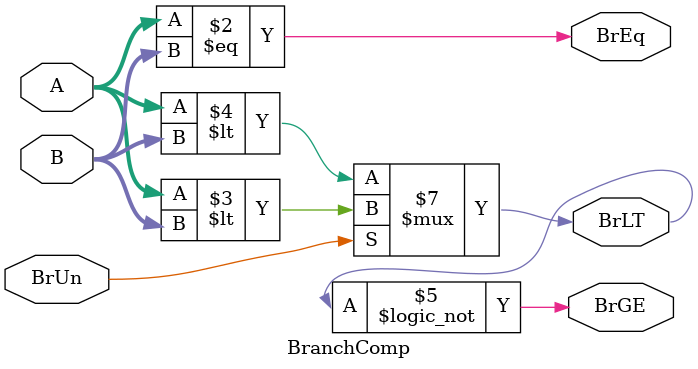
<source format=v>
`timescale 1ns / 1ps
module BranchComp(A, B, BrUn, BrEq, BrLT, BrGE);
    input [31:0]    A, B;
    input           BrUn;
    output reg      BrEq, BrLT, BrGE;
    
    always @(*) begin
        BrEq = (A == B);
        if(BrUn)
            BrLT = (A < B);
        else
            BrLT = ($signed(A) < $signed(B));
        BrGE = !BrLT;
    end
endmodule

</source>
